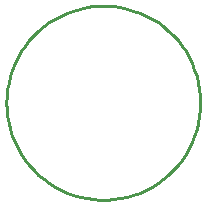
<source format=gko>
%FSTAX43Y43*%
%MOMM*%
%SFA1B1*%

%IPPOS*%
%ADD40C,0.253999*%
%LNpcb2-1*%
%LPD*%
G54D40*
X0080504Y0077599D02*
D01*
X0080485Y0078172*
X0080425Y0078741*
X0080325Y0079305*
X0080187Y0079861*
X008001Y0080406*
X0079795Y0080937*
X0079544Y0081452*
X0079258Y0081947*
X0078937Y0082422*
X0078585Y0082874*
X0078202Y0083299*
X007779Y0083697*
X0077351Y0084065*
X0076888Y0084402*
X0076402Y0084705*
X0075896Y0084974*
X0075373Y0085207*
X0074835Y0085403*
X0074284Y0085561*
X0073724Y008568*
X0073157Y008576*
X0072586Y0085799*
X0072013*
X0071442Y008576*
X0070875Y008568*
X0070315Y0085561*
X0069764Y0085403*
X0069226Y0085207*
X0068703Y0084974*
X0068197Y0084705*
X0067711Y0084402*
X0067248Y0084065*
X0066809Y0083697*
X0066397Y0083299*
X0066014Y0082874*
X0065661Y0082422*
X0065341Y0081947*
X0065055Y0081452*
X0064804Y0080937*
X0064589Y0080406*
X0064412Y0079861*
X0064274Y0079305*
X0064174Y0078741*
X0064114Y0078172*
X0064094Y0077599*
X0064114Y0077027*
X0064174Y0076458*
X0064274Y0075894*
X0064412Y0075338*
X0064589Y0074793*
X0064804Y0074262*
X0065055Y0073747*
X0065341Y0073251*
X0065661Y0072777*
X0066014Y0072325*
X0066397Y00719*
X0066809Y0071502*
X0067248Y0071134*
X0067711Y0070797*
X0068197Y0070494*
X0068703Y0070225*
X0069226Y0069992*
X0069764Y0069796*
X0070315Y0069638*
X0070875Y0069519*
X0071442Y0069439*
X0072013Y0069399*
X0072586*
X0073157Y0069439*
X0073724Y0069519*
X0074284Y0069638*
X0074835Y0069796*
X0075373Y0069992*
X0075896Y0070225*
X0076402Y0070494*
X0076888Y0070797*
X0077351Y0071134*
X007779Y0071502*
X0078202Y00719*
X0078585Y0072325*
X0078937Y0072777*
X0079258Y0073251*
X0079544Y0073747*
X0079795Y0074262*
X008001Y0074793*
X0080187Y0075338*
X0080325Y0075894*
X0080425Y0076458*
X0080485Y0077027*
X0080504Y0077599*
M02*
</source>
